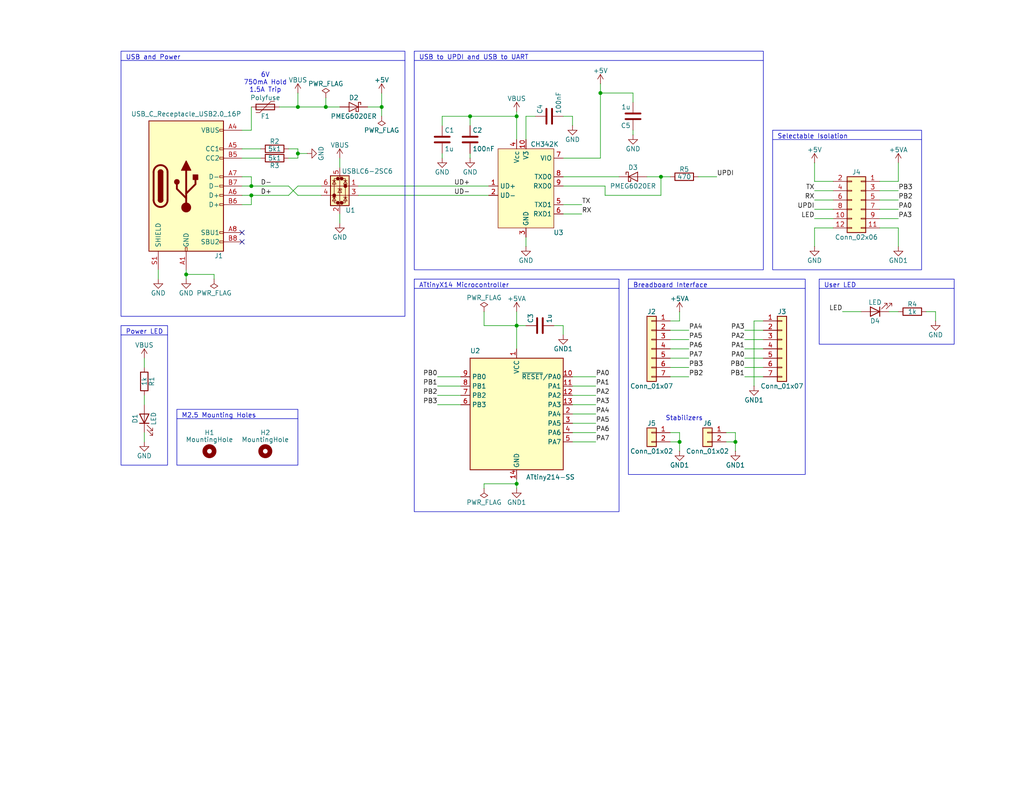
<source format=kicad_sch>
(kicad_sch (version 20250114) (generator "eeschema") (generator_version "9.0")
  (paper "A")
  (title_block (title "ATtinyX14 Development Board") (date "2025-04-18") (company "Perry Leumas"))
  (lib_symbols
    (symbol "+5V_1" (power) (pin_numbers (hide yes)) (pin_names (offset 0) (hide yes))
      (property "Value" "+5V" (at 0 3.556 0))
      (symbol "+5V_1_1_1"
        (pin power_in line (at 0 0 90) (length 0) (name "~") (number "1"))
      )
    )
    (symbol "+5V_5" (power) (pin_numbers (hide yes)) (pin_names (offset 0) (hide yes))
      (property "Value" "+5V" (at 0 3.556 0))
      (symbol "+5V_5_1_1"
        (pin power_in line (at 0 0 90) (length 0) (name "~") (number "1"))
      )
    )
    (symbol "Connector:USB_C_Receptacle_USB2.0_16P" (pin_names (offset 1.016))
      (property "Reference" "J" (at 0 22.225 0))
      (property "Value" "USB_C_Receptacle_USB2.0_16P" (at 0 19.685 0))
      (symbol "USB_C_Receptacle_USB2.0_16P_1_1"
        (pin passive line (at -7.62 -22.86 90) (length 5.08) (name "SHIELD") (number "S1"))
        (pin passive line (at 0 -22.86 90) (length 5.08) (name "GND") (number "A1"))
        (pin passive line (at 0 -22.86 90) (length 5.08) (hide yes) (name "GND") (number "A12"))
        (pin passive line (at 0 -22.86 90) (length 5.08) (hide yes) (name "GND") (number "B1"))
        (pin passive line (at 0 -22.86 90) (length 5.08) (hide yes) (name "GND") (number "B12"))
        (pin passive line (at 15.24 15.24 180) (length 5.08) (name "VBUS") (number "A4"))
        (pin passive line (at 15.24 15.24 180) (length 5.08) (hide yes) (name "VBUS") (number "A9"))
        (pin passive line (at 15.24 15.24 180) (length 5.08) (hide yes) (name "VBUS") (number "B4"))
        (pin passive line (at 15.24 15.24 180) (length 5.08) (hide yes) (name "VBUS") (number "B9"))
        (pin bidirectional line (at 15.24 10.16 180) (length 5.08) (name "CC1") (number "A5"))
        (pin bidirectional line (at 15.24 7.62 180) (length 5.08) (name "CC2") (number "B5"))
        (pin bidirectional line (at 15.24 2.54 180) (length 5.08) (name "D-") (number "A7"))
        (pin bidirectional line (at 15.24 0 180) (length 5.08) (name "D-") (number "B7"))
        (pin bidirectional line (at 15.24 -2.54 180) (length 5.08) (name "D+") (number "A6"))
        (pin bidirectional line (at 15.24 -5.08 180) (length 5.08) (name "D+") (number "B6"))
        (pin bidirectional line (at 15.24 -12.7 180) (length 5.08) (name "SBU1") (number "A8"))
        (pin bidirectional line (at 15.24 -15.24 180) (length 5.08) (name "SBU2") (number "B8"))
      )
    )
    (symbol "Connector_Generic:Conn_01x02" (pin_names (offset 1.016) (hide yes))
      (property "Reference" "J" (at 0 2.54 0))
      (property "Value" "Conn_01x02" (at 0 -5.08 0))
      (symbol "Conn_01x02_1_1"
        (pin passive line (at -5.08 0 0) (length 3.81) (name "Pin_1") (number "1"))
        (pin passive line (at -5.08 -2.54 0) (length 3.81) (name "Pin_2") (number "2"))
      )
    )
    (symbol "Connector_Generic:Conn_01x07" (pin_names (offset 1.016) (hide yes))
      (property "Reference" "J" (at 0 10.16 0))
      (property "Value" "Conn_01x07" (at 0 -10.16 0))
      (symbol "Conn_01x07_1_1"
        (pin passive line (at -5.08 7.62 0) (length 3.81) (name "Pin_1") (number "1"))
        (pin passive line (at -5.08 5.08 0) (length 3.81) (name "Pin_2") (number "2"))
        (pin passive line (at -5.08 2.54 0) (length 3.81) (name "Pin_3") (number "3"))
        (pin passive line (at -5.08 0 0) (length 3.81) (name "Pin_4") (number "4"))
        (pin passive line (at -5.08 -2.54 0) (length 3.81) (name "Pin_5") (number "5"))
        (pin passive line (at -5.08 -5.08 0) (length 3.81) (name "Pin_6") (number "6"))
        (pin passive line (at -5.08 -7.62 0) (length 3.81) (name "Pin_7") (number "7"))
      )
    )
    (symbol "Connector_Generic:Conn_02x06_Odd_Even" (pin_names (offset 1.016) (hide yes))
      (property "Reference" "J" (at 1.27 7.62 0))
      (property "Value" "Conn_02x06_Odd_Even" (at 1.27 -10.16 0))
      (symbol "Conn_02x06_Odd_Even_1_1"
        (pin passive line (at -5.08 5.08 0) (length 3.81) (name "Pin_1") (number "1"))
        (pin passive line (at -5.08 2.54 0) (length 3.81) (name "Pin_3") (number "3"))
        (pin passive line (at -5.08 0 0) (length 3.81) (name "Pin_5") (number "5"))
        (pin passive line (at -5.08 -2.54 0) (length 3.81) (name "Pin_7") (number "7"))
        (pin passive line (at -5.08 -5.08 0) (length 3.81) (name "Pin_9") (number "9"))
        (pin passive line (at -5.08 -7.62 0) (length 3.81) (name "Pin_11") (number "11"))
        (pin passive line (at 7.62 5.08 180) (length 3.81) (name "Pin_2") (number "2"))
        (pin passive line (at 7.62 2.54 180) (length 3.81) (name "Pin_4") (number "4"))
        (pin passive line (at 7.62 0 180) (length 3.81) (name "Pin_6") (number "6"))
        (pin passive line (at 7.62 -2.54 180) (length 3.81) (name "Pin_8") (number "8"))
        (pin passive line (at 7.62 -5.08 180) (length 3.81) (name "Pin_10") (number "10"))
        (pin passive line (at 7.62 -7.62 180) (length 3.81) (name "Pin_12") (number "12"))
      )
    )
    (symbol "Device:C" (pin_numbers (hide yes)) (pin_names (offset 0.254))
      (property "Reference" "C" (at 0.635 2.54 0))
      (property "Value" "C" (at 0.635 -2.54 0))
      (symbol "C_1_1"
        (pin passive line (at 0 3.81 270) (length 2.794) (name "~") (number "1"))
        (pin passive line (at 0 -3.81 90) (length 2.794) (name "~") (number "2"))
      )
    )
    (symbol "Device:LED" (pin_numbers (hide yes)) (pin_names (offset 1.016) (hide yes))
      (property "Reference" "D" (at 0 2.54 0))
      (property "Value" "LED" (at 0 -2.54 0))
      (symbol "LED_1_1"
        (pin passive line (at -3.81 0 0) (length 2.54) (name "K") (number "1"))
        (pin passive line (at 3.81 0 180) (length 2.54) (name "A") (number "2"))
      )
    )
    (symbol "Device:Polyfuse" (pin_numbers (hide yes)) (pin_names (offset 0))
      (property "Reference" "F" (at -2.54 0 90))
      (property "Value" "Polyfuse" (at 2.54 0 90))
      (symbol "Polyfuse_1_1"
        (pin passive line (at 0 3.81 270) (length 1.27) (name "~") (number "1"))
        (pin passive line (at 0 -3.81 90) (length 1.27) (name "~") (number "2"))
      )
    )
    (symbol "Device:R" (pin_numbers (hide yes)) (pin_names (offset 0))
      (property "Reference" "R" (at 2.032 0 90))
      (property "Value" "R" (at 0 0 90))
      (symbol "R_1_1"
        (pin passive line (at 0 3.81 270) (length 1.27) (name "~") (number "1"))
        (pin passive line (at 0 -3.81 90) (length 1.27) (name "~") (number "2"))
      )
    )
    (symbol "Diode:PMEG6020ER" (pin_numbers (hide yes)) (pin_names (hide yes))
      (property "Reference" "D" (at 0 2.54 0))
      (property "Value" "PMEG6020ER" (at 0 -2.54 0))
      (symbol "PMEG6020ER_1_1"
        (pin passive line (at -3.81 0 0) (length 2.54) (name "K") (number "1"))
        (pin passive line (at 3.81 0 180) (length 2.54) (name "A") (number "2"))
      )
    )
    (symbol "GND_1" (power) (pin_numbers (hide yes)) (pin_names (offset 0) (hide yes))
      (property "Value" "GND" (at 0 -3.81 0))
      (symbol "GND_1_1_1"
        (pin power_in line (at 0 0 270) (length 0) (name "~") (number "1"))
      )
    )
    (symbol "GND_11" (power) (pin_numbers (hide yes)) (pin_names (offset 0) (hide yes))
      (property "Value" "GND" (at 0 -3.81 0))
      (symbol "GND_11_1_1"
        (pin power_in line (at 0 0 270) (length 0) (name "~") (number "1"))
      )
    )
    (symbol "GND_12" (power) (pin_numbers (hide yes)) (pin_names (offset 0) (hide yes))
      (property "Value" "GND" (at 0 -3.81 0))
      (symbol "GND_12_1_1"
        (pin power_in line (at 0 0 270) (length 0) (name "~") (number "1"))
      )
    )
    (symbol "GND_2" (power) (pin_numbers (hide yes)) (pin_names (offset 0) (hide yes))
      (property "Value" "GND" (at 0 -3.81 0))
      (symbol "GND_2_1_1"
        (pin power_in line (at 0 0 270) (length 0) (name "~") (number "1"))
      )
    )
    (symbol "GND_3" (power) (pin_numbers (hide yes)) (pin_names (offset 0) (hide yes))
      (property "Value" "GND" (at 0 -3.81 0))
      (symbol "GND_3_1_1"
        (pin power_in line (at 0 0 270) (length 0) (name "~") (number "1"))
      )
    )
    (symbol "GND_4" (power) (pin_numbers (hide yes)) (pin_names (offset 0) (hide yes))
      (property "Value" "GND" (at 0 -3.81 0))
      (symbol "GND_4_1_1"
        (pin power_in line (at 0 0 270) (length 0) (name "~") (number "1"))
      )
    )
    (symbol "GND_5" (power) (pin_numbers (hide yes)) (pin_names (offset 0) (hide yes))
      (property "Value" "GND" (at 0 -3.81 0))
      (symbol "GND_5_1_1"
        (pin power_in line (at 0 0 270) (length 0) (name "~") (number "1"))
      )
    )
    (symbol "GND_6" (power) (pin_numbers (hide yes)) (pin_names (offset 0) (hide yes))
      (property "Value" "GND" (at 0 -3.81 0))
      (symbol "GND_6_1_1"
        (pin power_in line (at 0 0 270) (length 0) (name "~") (number "1"))
      )
    )
    (symbol "GND_7" (power) (pin_numbers (hide yes)) (pin_names (offset 0) (hide yes))
      (property "Value" "GND" (at 0 -3.81 0))
      (symbol "GND_7_1_1"
        (pin power_in line (at 0 0 270) (length 0) (name "~") (number "1"))
      )
    )
    (symbol "LED_1" (pin_numbers (hide yes)) (pin_names (offset 1.016) (hide yes))
      (property "Reference" "D" (at 0 2.54 0))
      (property "Value" "LED" (at 0 -2.54 0))
      (symbol "LED_1_1_1"
        (pin passive line (at -3.81 0 0) (length 2.54) (name "K") (number "1"))
        (pin passive line (at 3.81 0 180) (length 2.54) (name "A") (number "2"))
      )
    )
    (symbol "MCU_Microchip_ATtiny:ATtiny214-SS"
      (property "Reference" "U" (at -12.7 16.51 0))
      (property "Value" "ATtiny214-SS" (at 2.54 -16.51 0))
      (symbol "ATtiny214-SS_1_1"
        (pin bidirectional line (at -15.24 10.16 0) (length 2.54) (name "PB0") (number "9"))
        (pin bidirectional line (at -15.24 7.62 0) (length 2.54) (name "PB1") (number "8"))
        (pin bidirectional line (at -15.24 5.08 0) (length 2.54) (name "PB2") (number "7"))
        (pin bidirectional line (at -15.24 2.54 0) (length 2.54) (name "PB3") (number "6"))
        (pin power_in line (at 0 17.78 270) (length 2.54) (name "VCC") (number "1"))
        (pin power_in line (at 0 -17.78 90) (length 2.54) (name "GND") (number "14"))
        (pin bidirectional line (at 15.24 10.16 180) (length 2.54) (name "~{RESET}/PA0") (number "10"))
        (pin bidirectional line (at 15.24 7.62 180) (length 2.54) (name "PA1") (number "11"))
        (pin bidirectional line (at 15.24 5.08 180) (length 2.54) (name "PA2") (number "12"))
        (pin bidirectional line (at 15.24 2.54 180) (length 2.54) (name "PA3") (number "13"))
        (pin bidirectional line (at 15.24 0 180) (length 2.54) (name "PA4") (number "2"))
        (pin bidirectional line (at 15.24 -2.54 180) (length 2.54) (name "PA5") (number "3"))
        (pin bidirectional line (at 15.24 -5.08 180) (length 2.54) (name "PA6") (number "4"))
        (pin bidirectional line (at 15.24 -7.62 180) (length 2.54) (name "PA7") (number "5"))
      )
    )
    (symbol "Mechanical:MountingHole" (pin_names (offset 1.016)) (exclude_from_sim yes) (in_bom no)
      (property "Reference" "H" (at 0 5.08 0))
      (property "Value" "MountingHole" (at 0 3.175 0))
    )
    (symbol "Power_Protection:USBLC6-2SC6" (pin_names (hide yes))
      (property "Reference" "U" (at 0.635 5.715 0))
      (property "Value" "USBLC6-2SC6" (at 0.635 3.81 0))
      (symbol "USBLC6-2SC6_1_1"
        (pin passive line (at -5.08 0 0) (length 2.54) (name "I/O1") (number "1"))
        (pin passive line (at -5.08 -2.54 0) (length 2.54) (name "I/O2") (number "3"))
        (pin passive line (at 0 5.08 270) (length 2.54) (name "VBUS") (number "5"))
        (pin passive line (at 0 -7.62 90) (length 2.54) (name "GND") (number "2"))
        (pin passive line (at 5.08 0 180) (length 2.54) (name "I/O1") (number "6"))
        (pin passive line (at 5.08 -2.54 180) (length 2.54) (name "I/O2") (number "4"))
      )
    )
    (symbol "pl_CH342:CH342K"
      (property "Reference" "U" (at 6.35 -20.32 0))
      (property "Value" "CH342K" (at 5.08 3.81 0))
      (symbol "CH342K_1_1"
        (pin bidirectional line (at -10.16 -7.62 0) (length 2.54) (name "UD+") (number "1"))
        (pin bidirectional line (at -10.16 -10.16 0) (length 2.54) (name "UD-") (number "2"))
        (pin power_in line (at -2.54 5.08 270) (length 2.54) (name "Vcc") (number "4"))
        (pin power_out line (at 0 5.08 270) (length 2.54) (name "V3") (number "10"))
        (pin power_in line (at 0 -21.59 90) (length 2.54) (hide yes) (name "GND") (number "11"))
        (pin power_in line (at 0 -21.59 90) (length 2.54) (name "GND") (number "3"))
        (pin input line (at 10.16 0 180) (length 2.54) (name "VIO") (number "7"))
        (pin output line (at 10.16 -5.08 180) (length 2.54) (name "TXD0") (number "8"))
        (pin input line (at 10.16 -7.62 180) (length 2.54) (name "RXD0") (number "9"))
        (pin output line (at 10.16 -12.7 180) (length 2.54) (name "TXD1") (number "5"))
        (pin input line (at 10.16 -15.24 180) (length 2.54) (name "RXD1") (number "6"))
      )
    )
    (symbol "power:+5VA" (power) (pin_numbers (hide yes)) (pin_names (offset 0) (hide yes))
      (property "Value" "+5VA" (at 0 3.556 0))
      (symbol "+5VA_1_1"
        (pin power_in line (at 0 0 90) (length 0) (name "~") (number "1"))
      )
    )
    (symbol "power:GND" (power) (pin_numbers (hide yes)) (pin_names (offset 0) (hide yes))
      (property "Value" "GND" (at 0 -3.81 0))
      (symbol "GND_1_1"
        (pin power_in line (at 0 0 270) (length 0) (name "~") (number "1"))
      )
    )
    (symbol "power:GND1" (power) (pin_numbers (hide yes)) (pin_names (offset 0) (hide yes))
      (property "Value" "GND1" (at 0 -3.81 0))
      (symbol "GND1_1_1"
        (pin power_in line (at 0 0 270) (length 0) (name "~") (number "1"))
      )
    )
    (symbol "power:PWR_FLAG" (power) (pin_numbers (hide yes)) (pin_names (offset 0) (hide yes))
      (property "Value" "PWR_FLAG" (at 0 3.81 0))
      (symbol "PWR_FLAG_0_0"
        (pin power_out line (at 0 0 90) (length 0) (name "~") (number "1"))
      )
    )
    (symbol "power:VBUS" (power) (pin_numbers (hide yes)) (pin_names (offset 0) (hide yes))
      (property "Value" "VBUS" (at 0 3.556 0))
      (symbol "VBUS_1_1"
        (pin power_in line (at 0 0 90) (length 0) (name "~") (number "1"))
      )
    )
  )
  (rectangle (start 48.26 111.76) (end 81.28 127))
  (rectangle (start 33.02 88.9) (end 45.72 127))
  (rectangle (start 171.45 76.2) (end 219.71 129.54))
  (rectangle (start 33.02 13.97) (end 110.49 86.36))
  (rectangle (start 210.82 35.56) (end 251.46 73.66))
  (rectangle (start 113.03 13.97) (end 208.28 73.66))
  (rectangle (start 223.52 76.2) (end 260.35 93.98))
  (rectangle (start 113.03 76.2) (end 168.91 139.7))
  (text "Power LED" (at 34.29 91.44 0) (effects (font (size 1.27 1.27)) (justify left bottom)))
  (text "Selectable Isolation" (at 212.09 38.1 0) (effects (font (size 1.27 1.27)) (justify left bottom)))
  (text "ATtinyX14 Microcontroller" (at 114.3 78.74 0) (effects (font (size 1.27 1.27)) (justify left bottom)))
  (text "M2.5 Mounting Holes" (at 49.53 114.3 0) (effects (font (size 1.27 1.27)) (justify left bottom)))
  (text "USB to UPDI and USB to UART" (at 114.3 16.51 0) (effects (font (size 1.27 1.27)) (justify left bottom)))
  (text "Breadboard Interface" (at 172.72 78.74 0) (effects (font (size 1.27 1.27)) (justify left bottom)))
  (text "Stabilizers" (at 186.69 114.3 0) (effects (font (size 1.27 1.27))))
  (text "User LED" (at 224.79 78.74 0) (effects (font (size 1.27 1.27)) (justify left bottom)))
  (text "USB and Power" (at 34.29 16.51 0) (effects (font (size 1.27 1.27)) (justify left bottom)))
  (text "6V\n750mA Hold\n1.5A Trip" (at 72.39 25.4 0) (effects (font (size 1.27 1.27)) (justify bottom)))
  (junction (at 163.83 25.4))
  (junction (at 68.58 50.8))
  (junction (at 50.8 74.93))
  (junction (at 140.97 31.75))
  (junction (at 88.9 29.21))
  (junction (at 104.14 29.21))
  (junction (at 140.97 132.08))
  (junction (at 128.27 31.75))
  (junction (at 200.66 120.65))
  (junction (at 185.42 120.65))
  (junction (at 68.58 53.34))
  (junction (at 81.28 41.91))
  (junction (at 180.34 48.26))
  (junction (at 140.97 88.9))
  (junction (at 81.28 29.21))
  (no_connect (at 66.04 63.5))
  (no_connect (at 66.04 66.04))
  (wire (pts (xy 68.58 29.21) (xy 68.58 35.56)))
  (wire (pts (xy 163.83 25.4) (xy 172.72 25.4)))
  (wire (pts (xy 81.28 29.21) (xy 88.9 29.21)))
  (wire (pts (xy 58.42 76.2) (xy 58.42 74.93)))
  (wire (pts (xy 240.03 57.15) (xy 245.11 57.15)))
  (wire (pts (xy 81.28 53.34) (xy 87.63 53.34)))
  (wire (pts (xy 156.21 105.41) (xy 162.56 105.41)))
  (wire (pts (xy 76.2 29.21) (xy 81.28 29.21)))
  (wire (pts (xy 180.34 48.26) (xy 176.53 48.26)))
  (wire (pts (xy 83.82 41.91) (xy 81.28 41.91)))
  (wire (pts (xy 198.12 120.65) (xy 200.66 120.65)))
  (wire (pts (xy 66.04 48.26) (xy 68.58 48.26)))
  (wire (pts (xy 128.27 41.91) (xy 128.27 43.18)))
  (wire (pts (xy 92.71 43.18) (xy 92.71 45.72)))
  (wire (pts (xy 78.74 53.34) (xy 81.28 50.8)))
  (wire (pts (xy 156.21 34.29) (xy 156.21 31.75)))
  (wire (pts (xy 222.25 62.23) (xy 227.33 62.23)))
  (wire (pts (xy 119.38 105.41) (xy 125.73 105.41)))
  (wire (pts (xy 39.37 118.11) (xy 39.37 120.65)))
  (wire (pts (xy 143.51 31.75) (xy 146.05 31.75)))
  (wire (pts (xy 163.83 43.18) (xy 163.83 25.4)))
  (wire (pts (xy 50.8 74.93) (xy 58.42 74.93)))
  (wire (pts (xy 229.87 85.09) (xy 234.95 85.09)))
  (wire (pts (xy 66.04 43.18) (xy 71.12 43.18)))
  (wire (pts (xy 128.27 31.75) (xy 140.97 31.75)))
  (wire (pts (xy 185.42 123.19) (xy 185.42 120.65)))
  (wire (pts (xy 200.66 118.11) (xy 200.66 120.65)))
  (wire (pts (xy 153.67 88.9) (xy 153.67 91.44)))
  (wire (pts (xy 156.21 113.03) (xy 162.56 113.03)))
  (polyline (pts (xy 113.03 78.74) (xy 168.91 78.74)))
  (wire (pts (xy 203.2 102.87) (xy 208.28 102.87)))
  (wire (pts (xy 156.21 110.49) (xy 162.56 110.49)))
  (wire (pts (xy 165.1 53.34) (xy 180.34 53.34)))
  (wire (pts (xy 245.11 67.31) (xy 245.11 62.23)))
  (wire (pts (xy 222.25 54.61) (xy 227.33 54.61)))
  (wire (pts (xy 119.38 102.87) (xy 125.73 102.87)))
  (wire (pts (xy 203.2 95.25) (xy 208.28 95.25)))
  (wire (pts (xy 182.88 97.79) (xy 187.96 97.79)))
  (wire (pts (xy 81.28 50.8) (xy 87.63 50.8)))
  (wire (pts (xy 66.04 35.56) (xy 68.58 35.56)))
  (wire (pts (xy 153.67 55.88) (xy 158.75 55.88)))
  (wire (pts (xy 68.58 53.34) (xy 78.74 53.34)))
  (wire (pts (xy 68.58 50.8) (xy 68.58 48.26)))
  (wire (pts (xy 66.04 53.34) (xy 68.58 53.34)))
  (wire (pts (xy 140.97 30.48) (xy 140.97 31.75)))
  (wire (pts (xy 240.03 54.61) (xy 245.11 54.61)))
  (wire (pts (xy 172.72 25.4) (xy 172.72 27.94)))
  (wire (pts (xy 185.42 118.11) (xy 185.42 120.65)))
  (wire (pts (xy 143.51 64.77) (xy 143.51 67.31)))
  (wire (pts (xy 203.2 97.79) (xy 208.28 97.79)))
  (wire (pts (xy 172.72 35.56) (xy 172.72 36.83)))
  (wire (pts (xy 120.65 41.91) (xy 120.65 43.18)))
  (wire (pts (xy 180.34 53.34) (xy 180.34 48.26)))
  (wire (pts (xy 66.04 55.88) (xy 68.58 55.88)))
  (wire (pts (xy 43.18 73.66) (xy 43.18 76.2)))
  (wire (pts (xy 81.28 41.91) (xy 81.28 40.64)))
  (wire (pts (xy 255.27 85.09) (xy 255.27 87.63)))
  (wire (pts (xy 203.2 92.71) (xy 208.28 92.71)))
  (wire (pts (xy 190.5 48.26) (xy 195.58 48.26)))
  (wire (pts (xy 140.97 130.81) (xy 140.97 132.08)))
  (wire (pts (xy 165.1 50.8) (xy 153.67 50.8)))
  (polyline (pts (xy 223.52 78.74) (xy 260.35 78.74)))
  (wire (pts (xy 240.03 49.53) (xy 245.11 49.53)))
  (wire (pts (xy 185.42 120.65) (xy 182.88 120.65)))
  (wire (pts (xy 182.88 95.25) (xy 187.96 95.25)))
  (wire (pts (xy 119.38 107.95) (xy 125.73 107.95)))
  (wire (pts (xy 163.83 22.86) (xy 163.83 25.4)))
  (polyline (pts (xy 33.02 16.51) (xy 110.49 16.51)))
  (wire (pts (xy 78.74 50.8) (xy 81.28 53.34)))
  (wire (pts (xy 81.28 40.64) (xy 78.74 40.64)))
  (wire (pts (xy 240.03 52.07) (xy 245.11 52.07)))
  (wire (pts (xy 162.56 102.87) (xy 156.21 102.87)))
  (polyline (pts (xy 33.02 91.44) (xy 45.72 91.44)))
  (wire (pts (xy 128.27 31.75) (xy 128.27 34.29)))
  (wire (pts (xy 205.74 87.63) (xy 205.74 105.41)))
  (wire (pts (xy 88.9 29.21) (xy 92.71 29.21)))
  (wire (pts (xy 182.88 90.17) (xy 187.96 90.17)))
  (wire (pts (xy 140.97 88.9) (xy 143.51 88.9)))
  (wire (pts (xy 182.88 100.33) (xy 187.96 100.33)))
  (wire (pts (xy 66.04 50.8) (xy 68.58 50.8)))
  (wire (pts (xy 203.2 100.33) (xy 208.28 100.33)))
  (polyline (pts (xy 210.82 38.1) (xy 251.46 38.1)))
  (wire (pts (xy 81.28 25.4) (xy 81.28 29.21)))
  (wire (pts (xy 97.79 53.34) (xy 133.35 53.34)))
  (wire (pts (xy 153.67 48.26) (xy 168.91 48.26)))
  (wire (pts (xy 78.74 43.18) (xy 81.28 43.18)))
  (wire (pts (xy 104.14 25.4) (xy 104.14 29.21)))
  (wire (pts (xy 153.67 43.18) (xy 163.83 43.18)))
  (wire (pts (xy 132.08 132.08) (xy 140.97 132.08)))
  (wire (pts (xy 39.37 107.95) (xy 39.37 110.49)))
  (wire (pts (xy 143.51 38.1) (xy 143.51 31.75)))
  (wire (pts (xy 92.71 58.42) (xy 92.71 60.96)))
  (polyline (pts (xy 113.03 16.51) (xy 208.28 16.51)))
  (wire (pts (xy 140.97 31.75) (xy 140.97 38.1)))
  (wire (pts (xy 140.97 132.08) (xy 140.97 133.35)))
  (wire (pts (xy 222.25 52.07) (xy 227.33 52.07)))
  (wire (pts (xy 182.88 118.11) (xy 185.42 118.11)))
  (wire (pts (xy 252.73 85.09) (xy 255.27 85.09)))
  (wire (pts (xy 240.03 59.69) (xy 245.11 59.69)))
  (wire (pts (xy 100.33 29.21) (xy 104.14 29.21)))
  (wire (pts (xy 222.25 67.31) (xy 222.25 62.23)))
  (wire (pts (xy 165.1 53.34) (xy 165.1 50.8)))
  (wire (pts (xy 140.97 85.09) (xy 140.97 88.9)))
  (wire (pts (xy 156.21 31.75) (xy 153.67 31.75)))
  (wire (pts (xy 132.08 85.09) (xy 132.08 88.9)))
  (wire (pts (xy 222.25 49.53) (xy 227.33 49.53)))
  (wire (pts (xy 222.25 57.15) (xy 227.33 57.15)))
  (wire (pts (xy 182.88 102.87) (xy 187.96 102.87)))
  (wire (pts (xy 119.38 110.49) (xy 125.73 110.49)))
  (wire (pts (xy 120.65 31.75) (xy 128.27 31.75)))
  (wire (pts (xy 50.8 73.66) (xy 50.8 74.93)))
  (wire (pts (xy 242.57 85.09) (xy 245.11 85.09)))
  (wire (pts (xy 156.21 118.11) (xy 162.56 118.11)))
  (wire (pts (xy 140.97 88.9) (xy 140.97 95.25)))
  (wire (pts (xy 104.14 29.21) (xy 104.14 31.75)))
  (wire (pts (xy 39.37 97.79) (xy 39.37 100.33)))
  (polyline (pts (xy 171.45 78.74) (xy 219.71 78.74)))
  (wire (pts (xy 182.88 92.71) (xy 187.96 92.71)))
  (wire (pts (xy 68.58 53.34) (xy 68.58 55.88)))
  (wire (pts (xy 156.21 120.65) (xy 162.56 120.65)))
  (wire (pts (xy 208.28 87.63) (xy 205.74 87.63)))
  (wire (pts (xy 222.25 59.69) (xy 227.33 59.69)))
  (polyline (pts (xy 48.26 114.3) (xy 81.28 114.3)))
  (wire (pts (xy 200.66 118.11) (xy 198.12 118.11)))
  (wire (pts (xy 222.25 44.45) (xy 222.25 49.53)))
  (wire (pts (xy 245.11 62.23) (xy 240.03 62.23)))
  (wire (pts (xy 180.34 48.26) (xy 182.88 48.26)))
  (wire (pts (xy 185.42 85.09) (xy 185.42 87.63)))
  (wire (pts (xy 153.67 58.42) (xy 158.75 58.42)))
  (wire (pts (xy 156.21 115.57) (xy 162.56 115.57)))
  (wire (pts (xy 182.88 87.63) (xy 185.42 87.63)))
  (wire (pts (xy 66.04 40.64) (xy 71.12 40.64)))
  (wire (pts (xy 203.2 90.17) (xy 208.28 90.17)))
  (wire (pts (xy 68.58 50.8) (xy 78.74 50.8)))
  (wire (pts (xy 120.65 34.29) (xy 120.65 31.75)))
  (wire (pts (xy 200.66 120.65) (xy 200.66 123.19)))
  (wire (pts (xy 132.08 133.35) (xy 132.08 132.08)))
  (wire (pts (xy 151.13 88.9) (xy 153.67 88.9)))
  (wire (pts (xy 132.08 88.9) (xy 140.97 88.9)))
  (wire (pts (xy 81.28 43.18) (xy 81.28 41.91)))
  (wire (pts (xy 88.9 26.67) (xy 88.9 29.21)))
  (wire (pts (xy 50.8 74.93) (xy 50.8 76.2)))
  (wire (pts (xy 245.11 49.53) (xy 245.11 44.45)))
  (wire (pts (xy 97.79 50.8) (xy 133.35 50.8)))
  (wire (pts (xy 156.21 107.95) (xy 162.56 107.95)))
  (label "PA2" (at 162.56 107.95 0))
  (label "PA6" (at 162.56 118.11 0))
  (label "PA5" (at 162.56 115.57 0))
  (label "PA0" (at 162.56 102.87 0))
  (label "D-" (at 71.12 50.8 0))
  (label "PB2" (at 187.96 102.87 0))
  (label "UD-" (at 128.27 53.34 180))
  (label "PA3" (at 162.56 110.49 0))
  (label "TX" (at 222.25 52.07 180))
  (label "PA0" (at 245.11 57.15 0))
  (label "PA2" (at 203.2 92.71 180))
  (label "UPDI" (at 222.25 57.15 180))
  (label "PB3" (at 245.11 52.07 0))
  (label "PA7" (at 162.56 120.65 0))
  (label "PA3" (at 245.11 59.69 0))
  (label "TX" (at 158.75 55.88 0))
  (label "LED" (at 229.87 85.09 180))
  (label "PB2" (at 245.11 54.61 0))
  (label "PB0" (at 119.38 102.87 180))
  (label "PB0" (at 203.2 100.33 180))
  (label "PB1" (at 203.2 102.87 180))
  (label "PA1" (at 203.2 95.25 180))
  (label "PA6" (at 187.96 95.25 0))
  (label "PA4" (at 162.56 113.03 0))
  (label "PA4" (at 187.96 90.17 0))
  (label "UD+" (at 128.27 50.8 180))
  (label "PB3" (at 187.96 100.33 0))
  (label "UPDI" (at 195.58 48.26 0))
  (label "PA1" (at 162.56 105.41 0))
  (label "RX" (at 222.25 54.61 180))
  (label "RX" (at 158.75 58.42 0))
  (label "PB3" (at 119.38 110.49 180))
  (label "PA0" (at 203.2 97.79 180))
  (label "PA3" (at 203.2 90.17 180))
  (label "PB2" (at 119.38 107.95 180))
  (label "LED" (at 222.25 59.69 180))
  (label "PB1" (at 119.38 105.41 180))
  (label "PA7" (at 187.96 97.79 0))
  (label "PA5" (at 187.96 92.71 0))
  (label "D+" (at 71.12 53.34 0))
  (symbol (lib_name "GND_6") (lib_id "power:GND") (at 255.27 87.63 0) (unit 1)
    (property "Reference" "#PWR01" (effects (hide yes)))
    (property "Value" "GND" (at 255.27 91.44 0))
    (property "Description" "Power symbol creates a global label with name \"GND\" , ground" (effects (hide yes)))
  )
  (symbol (lib_id "pl_CH342:CH342K") (at 143.51 43.18 0) (unit 1)
    (property "Reference" "U3" (at 152.4 63.5 0))
    (property "Value" "CH342K" (at 148.59 39.37 0))
    (property "Footprint" "Package_SO:SSOP-10-1EP_3.9x4.9mm_P1mm_EP2.1x3.3mm" (effects (hide yes)))
    (property "Datasheet" "https://www.lcsc.com/datasheet/lcsc_datasheet_2403131130_WCH-Jiangsu-Qin-Heng-CH342K_C2826608.pdf" (effects (hide yes)))
    (property "Description" "2 3Mbps USB to serial USB 2.0 ESSOP-10-150mil USB Converters ROHS" (effects (hide yes)))
    (property "MPN" "CH342K" (effects (hide yes)))
    (property "Manufacture" "WCH" (effects (hide yes)))
    (property "SPN" "C2826608" (effects (hide yes)))
    (property "Supplier" "LCSC" (effects (hide yes)))
  )
  (symbol (lib_id "power:GND1") (at 245.11 67.31 0) (unit 1)
    (property "Reference" "#PWR026" (effects (hide yes)))
    (property "Value" "GND1" (at 245.11 71.12 0))
    (property "Description" "Power symbol creates a global label with name \"GND1\" , ground" (effects (hide yes)))
  )
  (symbol (lib_id "Device:R") (at 186.69 48.26 90) (unit 1)
    (property "Reference" "R5" (at 186.69 46.228 90))
    (property "Value" "470" (at 186.69 48.26 90))
    (property "Footprint" "Resistor_SMD:R_0805_2012Metric" (effects (hide yes)))
    (property "Datasheet" "https://www.yageo.com/upload/media/product/products/datasheet/rchip/PYu-RC_Group_51_RoHS_L_12.pdf" (effects (hide yes)))
    (property "Description" "Resistor" (effects (hide yes)))
    (property "MPN" "RC0805FR-07470RL" (effects (hide yes)))
    (property "Manufacture" "YAGEO" (effects (hide yes)))
    (property "Power" "125mW" (effects (hide yes)))
    (property "SPN" "311-470CRCT-ND" (effects (hide yes)))
    (property "Supplier" "DigiKey" (effects (hide yes)))
    (property "Tolerance" "1%" (effects (hide yes)))
  )
  (symbol (lib_id "Power_Protection:USBLC6-2SC6") (at 92.71 50.8 0) (mirror y) (unit 1)
    (property "Reference" "U1" (at 94.234 57.404 0) (effects (justify right)))
    (property "Value" "USBLC6-2SC6" (at 93.218 46.736 0) (effects (justify right)))
    (property "Footprint" "Package_TO_SOT_SMD:SOT-23-6" (effects (hide yes)))
    (property "Datasheet" "https://www.st.com/resource/en/datasheet/usblc6-2.pdf" (effects (hide yes)))
    (property "Description" "Very low capacitance ESD protection diode, 2 data-line, SOT-23-6" (effects (hide yes)))
    (property "MPN" "USBLC6-2SC6" (effects (hide yes)))
    (property "Manufacture" "STMicroelectronics" (effects (hide yes)))
    (property "Power" "5A" (effects (hide yes)))
    (property "SPN" "C7519" (effects (hide yes)))
    (property "Supplier" "LCSC" (effects (hide yes)))
    (property "Voltage" "17V 6V" (effects (hide yes)))
  )
  (symbol (lib_id "power:PWR_FLAG") (at 88.9 26.67 0) (unit 1)
    (property "Reference" "#FLG02" (effects (hide yes)))
    (property "Value" "PWR_FLAG" (at 88.9 22.86 0))
    (property "Description" "Special symbol for telling ERC where power comes from" (effects (hide yes)))
  )
  (symbol (lib_id "Device:C") (at 149.86 31.75 90) (unit 1)
    (property "Reference" "C4" (at 147.32 31.115 0) (effects (justify left)))
    (property "Value" "100nF" (at 152.4 31.115 0) (effects (justify left)))
    (property "Footprint" "Capacitor_SMD:C_0603_1608Metric" (effects (hide yes)))
    (property "Datasheet" "https://www.lcsc.com/datasheet/lcsc_datasheet_1810271710_Samsung-Electro-Mechanics-CL10B104KO8NNNC_C66501.pdf" (effects (hide yes)))
    (property "Description" "Unpolarized capacitor" (effects (hide yes)))
    (property "MPN" "CL10B104KO8NNNC" (effects (hide yes)))
    (property "Manufacture" "Samsung Electro-Mechanics" (effects (hide yes)))
    (property "SPN" "C66501" (effects (hide yes)))
    (property "Supplier" "LCSC" (effects (hide yes)))
    (property "Voltage" "16V" (effects (hide yes)))
  )
  (symbol (lib_id "power:VBUS") (at 92.71 43.18 0) (unit 1)
    (property "Reference" "#PWR07" (effects (hide yes)))
    (property "Value" "VBUS" (at 92.71 39.624 0))
    (property "Description" "Power symbol creates a global label with name \"VBUS\"" (effects (hide yes)))
  )
  (symbol (lib_id "MCU_Microchip_ATtiny:ATtiny214-SS") (at 140.97 113.03 0) (unit 1)
    (property "Reference" "U2" (at 128.27 96.52 0) (effects (justify left bottom)))
    (property "Value" "ATtiny214-SS" (at 143.51 129.54 0) (effects (justify left top)))
    (property "Footprint" "Package_SO:SOIC-14_3.9x8.7mm_P1.27mm" (effects (hide yes)))
    (property "Datasheet" "http://ww1.microchip.com/downloads/en/DeviceDoc/40001912A.pdf" (effects (hide yes)))
    (property "Description" "20MHz, 2kB Flash, 128B SRAM, 64B EEPROM, SOIC-14" (effects (hide yes)))
  )
  (symbol (lib_name "GND_11") (lib_id "power:GND") (at 39.37 120.65 0) (unit 1)
    (property "Reference" "#PWR02" (effects (hide yes)))
    (property "Value" "GND" (at 39.37 124.46 0))
    (property "Description" "Power symbol creates a global label with name \"GND\" , ground" (effects (hide yes)))
  )
  (symbol (lib_name "GND_7") (lib_id "power:GND") (at 83.82 41.91 90) (unit 1)
    (property "Reference" "#PWR06" (effects (hide yes)))
    (property "Value" "GND" (at 87.63 41.91 0))
    (property "Description" "Power symbol creates a global label with name \"GND\" , ground" (effects (hide yes)))
  )
  (symbol (lib_id "power:VBUS") (at 140.97 30.48 0) (unit 1)
    (property "Reference" "#PWR014" (effects (hide yes)))
    (property "Value" "VBUS" (at 140.97 26.924 0))
    (property "Description" "Power symbol creates a global label with name \"VBUS\"" (effects (hide yes)))
  )
  (symbol (lib_id "power:GND1") (at 200.66 123.19 0) (unit 1)
    (property "Reference" "#PWR021" (effects (hide yes)))
    (property "Value" "GND1" (at 200.66 127 0))
    (property "Description" "Power symbol creates a global label with name \"GND1\" , ground" (effects (hide yes)))
  )
  (symbol (lib_name "GND_12") (lib_id "power:GND") (at 43.18 76.2 0) (unit 1)
    (property "Reference" "#PWR03" (effects (hide yes)))
    (property "Value" "GND" (at 43.18 80.01 0))
    (property "Description" "Power symbol creates a global label with name \"GND\" , ground" (effects (hide yes)))
  )
  (symbol (lib_id "Connector_Generic:Conn_01x02") (at 193.04 118.11 0) (mirror y) (unit 1)
    (property "Reference" "J6" (at 193.04 115.57 0))
    (property "Value" "Conn_01x02" (at 193.04 123.19 0))
    (property "Footprint" "Connector_PinHeader_2.54mm:PinHeader_1x02_P2.54mm_Vertical" (effects (hide yes)))
    (property "Datasheet" "https://www.lcsc.com/datasheet/lcsc_datasheet_2411220452_INCP-IPCP254M02PB08V_C22395601.pdf" (effects (hide yes)))
    (property "Description" "Generic connector, single row, 01x02, script generated (kicad-library-utils/schlib/autogen/connector/)" (effects (hide yes)))
    (property "MPN" "IPCP254M02PB08V" (effects (hide yes)))
    (property "Manufacture" "INCP" (effects (hide yes)))
    (property "Power" "3A" (effects (hide yes)))
    (property "SPN" "C22395601" (effects (hide yes)))
    (property "Supplier" "LCSC" (effects (hide yes)))
  )
  (symbol (lib_name "GND_5") (lib_id "power:GND") (at 128.27 43.18 0) (unit 1)
    (property "Reference" "#PWR011" (effects (hide yes)))
    (property "Value" "GND" (at 128.27 46.99 0))
    (property "Description" "Power symbol creates a global label with name \"GND\" , ground" (effects (hide yes)))
  )
  (symbol (lib_id "power:VBUS") (at 39.37 97.79 0) (unit 1)
    (property "Reference" "#PWR027" (effects (hide yes)))
    (property "Value" "VBUS" (at 39.37 94.234 0))
    (property "Description" "Power symbol creates a global label with name \"VBUS\"" (effects (hide yes)))
  )
  (symbol (lib_name "GND_6") (lib_id "power:GND") (at 222.25 67.31 0) (unit 1)
    (property "Reference" "#PWR024" (effects (hide yes)))
    (property "Value" "GND" (at 222.25 71.12 0))
    (property "Description" "Power symbol creates a global label with name \"GND\" , ground" (effects (hide yes)))
  )
  (symbol (lib_name "GND_3") (lib_id "power:GND") (at 156.21 34.29 0) (unit 1)
    (property "Reference" "#PWR017" (effects (hide yes)))
    (property "Value" "GND" (at 156.21 38.1 0))
    (property "Description" "Power symbol creates a global label with name \"GND\" , ground" (effects (hide yes)))
  )
  (symbol (lib_id "Connector_Generic:Conn_02x06_Odd_Even") (at 234.95 54.61 0) (mirror y) (unit 1)
    (property "Reference" "J4" (at 233.68 46.99 0))
    (property "Value" "Conn_02x06" (at 233.68 64.77 0))
    (property "Footprint" "Connector_PinHeader_2.54mm:PinHeader_2x06_P2.54mm_Vertical" (effects (hide yes)))
    (property "Datasheet" "https://www.lcsc.com/datasheet/lcsc_datasheet_2411220452_INCP-IPCP254M12PB28V_C22438442.pdf" (effects (hide yes)))
    (property "Description" "Generic connector, double row, 02x06, odd/even pin numbering scheme (row 1 odd numbers, row 2 even numbers), script generated (kicad-library-utils/schlib/autogen/connector/)" (effects (hide yes)))
    (property "MPN" "IPCP254M12PB28V" (effects (hide yes)))
    (property "Manufacture" "INCP" (effects (hide yes)))
    (property "Power" "3A" (effects (hide yes)))
    (property "SPN" "C22438442" (effects (hide yes)))
    (property "Supplier" "LCSC" (effects (hide yes)))
  )
  (symbol (lib_name "GND_4") (lib_id "power:GND") (at 120.65 43.18 0) (unit 1)
    (property "Reference" "#PWR010" (effects (hide yes)))
    (property "Value" "GND" (at 120.65 46.99 0))
    (property "Description" "Power symbol creates a global label with name \"GND\" , ground" (effects (hide yes)))
  )
  (symbol (lib_id "Connector_Generic:Conn_01x02") (at 177.8 118.11 0) (mirror y) (unit 1)
    (property "Reference" "J5" (at 177.8 115.57 0))
    (property "Value" "Conn_01x02" (at 177.8 123.19 0))
    (property "Footprint" "Connector_PinHeader_2.54mm:PinHeader_1x02_P2.54mm_Vertical" (effects (hide yes)))
    (property "Datasheet" "https://www.lcsc.com/datasheet/lcsc_datasheet_2411220452_INCP-IPCP254M02PB08V_C22395601.pdf" (effects (hide yes)))
    (property "Description" "Generic connector, single row, 01x02, script generated (kicad-library-utils/schlib/autogen/connector/)" (effects (hide yes)))
    (property "MPN" "IPCP254M02PB08V" (effects (hide yes)))
    (property "Manufacture" "INCP" (effects (hide yes)))
    (property "Power" "3A" (effects (hide yes)))
    (property "SPN" "C22395601" (effects (hide yes)))
    (property "Supplier" "LCSC" (effects (hide yes)))
  )
  (symbol (lib_id "Mechanical:MountingHole") (at 57.15 123.19 0) (unit 1) (exclude_from_sim yes) (in_bom no)
    (property "Reference" "H1" (at 57.15 118.11 0))
    (property "Value" "MountingHole" (at 57.15 120.015 0))
    (property "Footprint" "MountingHole:MountingHole_2.7mm_M2.5" (effects (hide yes)))
    (property "Description" "Mounting Hole without connection" (effects (hide yes)))
  )
  (symbol (lib_id "Device:C") (at 120.65 38.1 0) (unit 1)
    (property "Reference" "C1" (at 121.285 35.56 0) (effects (justify left)))
    (property "Value" "1u" (at 121.285 40.64 0) (effects (justify left)))
    (property "Footprint" "Capacitor_SMD:C_0603_1608Metric" (effects (hide yes)))
    (property "Datasheet" "https://www.lcsc.com/datasheet/lcsc_datasheet_2410121247_PSA-Prosperity-Dielectrics-FS18F105Z160PBG_C363560.pdf" (effects (hide yes)))
    (property "Description" "Unpolarized capacitor" (effects (hide yes)))
    (property "MPN" "FS18F105Z160PBG" (effects (hide yes)))
    (property "Manufacture" "PSA(Prosperity Dielectrics)" (effects (hide yes)))
    (property "SPN" "C363560" (effects (hide yes)))
    (property "Supplier" "LCSC" (effects (hide yes)))
    (property "Voltage" "16V" (effects (hide yes)))
  )
  (symbol (lib_id "power:PWR_FLAG") (at 132.08 85.09 0) (unit 1)
    (property "Reference" "#FLG04" (effects (hide yes)))
    (property "Value" "PWR_FLAG" (at 132.08 81.28 0))
    (property "Description" "Special symbol for telling ERC where power comes from" (effects (hide yes)))
  )
  (symbol (lib_id "power:GND1") (at 140.97 133.35 0) (unit 1)
    (property "Reference" "#PWR013" (effects (hide yes)))
    (property "Value" "GND1" (at 140.97 137.16 0))
    (property "Description" "Power symbol creates a global label with name \"GND1\" , ground" (effects (hide yes)))
  )
  (symbol (lib_id "Device:R") (at 39.37 104.14 0) (unit 1)
    (property "Reference" "R1" (at 41.402 104.14 90))
    (property "Value" "1k" (at 39.37 104.14 90))
    (property "Footprint" "Resistor_SMD:R_0603_1608Metric" (effects (hide yes)))
    (property "Datasheet" "https://mm.digikey.com/Volume0/opasdata/d220001/medias/docus/39/RC_Series_ds.pdf" (effects (hide yes)))
    (property "MPN" "RC1608J102CS" (effects (hide yes)))
    (property "Manufacture" "Samsung Electro-Mechanics" (effects (hide yes)))
    (property "SPN" "1276-5062-1-ND" (effects (hide yes)))
    (property "Supplier" "DigiKey" (effects (hide yes)))
    (property "Tolerance" "5%" (effects (hide yes)))
    (property "Power" "100mW" (effects (hide yes)))
  )
  (symbol (lib_id "power:PWR_FLAG") (at 132.08 133.35 180) (unit 1)
    (property "Reference" "#FLG05" (effects (hide yes)))
    (property "Value" "PWR_FLAG" (at 132.08 137.16 0))
    (property "Description" "Special symbol for telling ERC where power comes from" (effects (hide yes)))
  )
  (symbol (lib_id "Diode:PMEG6020ER") (at 172.72 48.26 0) (unit 1)
    (property "Reference" "D3" (at 172.72 45.72 0))
    (property "Value" "PMEG6020ER" (at 172.72 50.8 0))
    (property "Footprint" "Diode_SMD:Nexperia_CFP3_SOD-123W" (effects (hide yes)))
    (property "Datasheet" "https://assets.nexperia.com/documents/data-sheet/PMEG6020ER.pdf" (effects (hide yes)))
    (property "Description" "60V, 2A low Vf MEGA Schottky barrier rectifier, SOD-123W" (effects (hide yes)))
    (property "MPN" "PMEG6020ER,115" (effects (hide yes)))
    (property "Manufacture" "Nexperia" (effects (hide yes)))
    (property "Power" "2A" (effects (hide yes)))
    (property "SPN" "C98663" (effects (hide yes)))
    (property "Supplier" "LCSC" (effects (hide yes)))
    (property "Voltage" "60V" (effects (hide yes)))
  )
  (symbol (lib_id "Device:C") (at 147.32 88.9 90) (unit 1)
    (property "Reference" "C3" (at 144.78 88.265 0) (effects (justify left)))
    (property "Value" "1u" (at 149.86 88.265 0) (effects (justify left)))
    (property "Footprint" "Capacitor_SMD:C_0603_1608Metric" (effects (hide yes)))
    (property "Datasheet" "https://www.lcsc.com/datasheet/lcsc_datasheet_2410121247_PSA-Prosperity-Dielectrics-FS18F105Z160PBG_C363560.pdf" (effects (hide yes)))
    (property "MPN" "FS18F105Z160PBG" (effects (hide yes)))
    (property "Manufacture" "PSA(Prosperity Dielectrics)" (effects (hide yes)))
    (property "SPN" "C363560" (effects (hide yes)))
    (property "Supplier" "LCSC" (effects (hide yes)))
    (property "Voltage" "16V" (effects (hide yes)))
  )
  (symbol (lib_name "+5V_5") (lib_id "power:+5V") (at 104.14 25.4 0) (unit 1)
    (property "Reference" "#PWR09" (effects (hide yes)))
    (property "Value" "+5V" (at 104.14 21.844 0))
    (property "Description" "Power symbol creates a global label with name \"+5V\"" (effects (hide yes)))
  )
  (symbol (lib_id "power:GND1") (at 205.74 105.41 0) (unit 1)
    (property "Reference" "#PWR022" (effects (hide yes)))
    (property "Value" "GND1" (at 205.74 109.22 0))
    (property "Description" "Power symbol creates a global label with name \"GND1\" , ground" (effects (hide yes)))
  )
  (symbol (lib_id "power:+5VA") (at 140.97 85.09 0) (unit 1)
    (property "Reference" "#PWR012" (effects (hide yes)))
    (property "Value" "+5VA" (at 140.97 81.534 0))
    (property "Description" "Power symbol creates a global label with name \"+5VA\"" (effects (hide yes)))
  )
  (symbol (lib_id "power:GND1") (at 153.67 91.44 0) (unit 1)
    (property "Reference" "#PWR015" (effects (hide yes)))
    (property "Value" "GND1" (at 153.67 95.25 0))
    (property "Description" "Power symbol creates a global label with name \"GND1\" , ground" (effects (hide yes)))
  )
  (symbol (lib_id "Device:C") (at 128.27 38.1 0) (unit 1)
    (property "Reference" "C2" (at 128.905 35.56 0) (effects (justify left)))
    (property "Value" "100nF" (at 128.905 40.64 0) (effects (justify left)))
    (property "Footprint" "Capacitor_SMD:C_0603_1608Metric" (effects (hide yes)))
    (property "Datasheet" "https://www.lcsc.com/datasheet/lcsc_datasheet_1810271710_Samsung-Electro-Mechanics-CL10B104KO8NNNC_C66501.pdf" (effects (hide yes)))
    (property "Description" "Unpolarized capacitor" (effects (hide yes)))
    (property "MPN" "CL10B104KO8NNNC" (effects (hide yes)))
    (property "Manufacture" "Samsung Electro-Mechanics" (effects (hide yes)))
    (property "SPN" "C66501" (effects (hide yes)))
    (property "Supplier" "LCSC" (effects (hide yes)))
    (property "Voltage" "16V" (effects (hide yes)))
  )
  (symbol (lib_id "Device:Polyfuse") (at 72.39 29.21 90) (unit 1)
    (property "Reference" "F1" (at 72.39 31.75 90))
    (property "Value" "Polyfuse" (at 72.39 26.67 90))
    (property "Footprint" "Fuse:Fuse_0805_2012Metric" (effects (hide yes)))
    (property "Datasheet" "https://www.lcsc.com/datasheet/lcsc_datasheet_2410121938_BOURNS-MF-PSMF075X-2_C116173.pdf" (effects (hide yes)))
    (property "Description" "Resettable fuse, polymeric positive temperature coefficient" (effects (hide yes)))
    (property "MPN" "MF-PSMF075X-2" (effects (hide yes)))
    (property "Manufacture" "BOURNS" (effects (hide yes)))
    (property "Power" "750mA" (effects (hide yes)))
    (property "SPN" "C116173" (effects (hide yes)))
    (property "Supplier" "LCSC" (effects (hide yes)))
    (property "Voltage" "6V" (effects (hide yes)))
  )
  (symbol (lib_id "power:PWR_FLAG") (at 58.42 76.2 180) (unit 1)
    (property "Reference" "#FLG01" (effects (hide yes)))
    (property "Value" "PWR_FLAG" (at 58.42 80.01 0))
    (property "Description" "Special symbol for telling ERC where power comes from" (effects (hide yes)))
  )
  (symbol (lib_name "GND_6") (lib_id "power:GND") (at 143.51 67.31 0) (unit 1)
    (property "Reference" "#PWR016" (effects (hide yes)))
    (property "Value" "GND" (at 143.51 71.12 0))
    (property "Description" "Power symbol creates a global label with name \"GND\" , ground" (effects (hide yes)))
  )
  (symbol (lib_name "GND_2") (lib_id "power:GND") (at 172.72 36.83 0) (unit 1)
    (property "Reference" "#PWR019" (effects (hide yes)))
    (property "Value" "GND" (at 172.72 40.64 0))
    (property "Description" "Power symbol creates a global label with name \"GND\" , ground" (effects (hide yes)))
  )
  (symbol (lib_id "Connector_Generic:Conn_01x07") (at 213.36 95.25 0) (unit 1)
    (property "Reference" "J3" (at 213.36 85.09 0))
    (property "Value" "Conn_01x07" (at 213.36 105.41 0))
    (property "Footprint" "Connector_PinHeader_2.54mm:PinHeader_1x07_P2.54mm_Vertical" (effects (hide yes)))
    (property "Description" "Generic connector, single row, 01x07, script generated (kicad-library-utils/schlib/autogen/connector/)" (effects (hide yes)))
    (property "MPN" "IPCP254M07PB08V" (effects (hide yes)))
    (property "Manufacture" "INCP" (effects (hide yes)))
    (property "Power" "3A" (effects (hide yes)))
    (property "SPN" "C22438422" (effects (hide yes)))
    (property "Supplier" "LCSC" (effects (hide yes)))
  )
  (symbol (lib_id "Device:C") (at 172.72 31.75 180) (unit 1)
    (property "Reference" "C5" (at 172.085 34.29 0) (effects (justify left)))
    (property "Value" "1u" (at 172.085 29.21 0) (effects (justify left)))
    (property "Footprint" "Capacitor_SMD:C_0603_1608Metric" (effects (hide yes)))
    (property "Datasheet" "https://www.lcsc.com/datasheet/lcsc_datasheet_2410121247_PSA-Prosperity-Dielectrics-FS18F105Z160PBG_C363560.pdf" (effects (hide yes)))
    (property "MPN" "FS18F105Z160PBG" (effects (hide yes)))
    (property "Manufacture" "PSA(Prosperity Dielectrics)" (effects (hide yes)))
    (property "SPN" "C363560" (effects (hide yes)))
    (property "Supplier" "LCSC" (effects (hide yes)))
    (property "Voltage" "16V" (effects (hide yes)))
  )
  (symbol (lib_name "GND_1") (lib_id "power:GND") (at 50.8 76.2 0) (unit 1)
    (property "Reference" "#PWR04" (effects (hide yes)))
    (property "Value" "GND" (at 50.8 80.01 0))
    (property "Description" "Power symbol creates a global label with name \"GND\" , ground" (effects (hide yes)))
  )
  (symbol (lib_name "+5V_1") (lib_id "power:+5V") (at 222.25 44.45 0) (unit 1)
    (property "Reference" "#PWR023" (effects (hide yes)))
    (property "Value" "+5V" (at 222.25 40.894 0))
    (property "Description" "Power symbol creates a global label with name \"+5V\"" (effects (hide yes)))
  )
  (symbol (lib_name "LED_1") (lib_id "Device:LED") (at 238.76 85.09 180) (unit 1)
    (property "Reference" "D4" (at 238.76 87.63 0))
    (property "Value" "LED" (at 238.76 82.55 0))
    (property "Footprint" "LED_SMD:LED_0603_1608Metric" (effects (hide yes)))
    (property "Description" "Light emitting diode" (effects (hide yes)))
    (property "MPN" "NCD0603R1" (effects (hide yes)))
    (property "Manufacture" "Foshan NationStar Optoelectronics" (effects (hide yes)))
    (property "Power" "25mA" (effects (hide yes)))
    (property "SPN" "C84263" (effects (hide yes)))
    (property "Supplier" "LCSC" (effects (hide yes)))
    (property "Voltage" "1.6V-2.6V" (effects (hide yes)))
    (property "Sim.Pins" "1=K 2=A" (effects (hide yes)))
  )
  (symbol (lib_id "power:+5VA") (at 245.11 44.45 0) (unit 1)
    (property "Reference" "#PWR025" (effects (hide yes)))
    (property "Value" "+5VA" (at 245.11 40.894 0))
    (property "Description" "Power symbol creates a global label with name \"+5VA\"" (effects (hide yes)))
  )
  (symbol (lib_id "Mechanical:MountingHole") (at 72.39 123.19 0) (unit 1) (exclude_from_sim yes) (in_bom no)
    (property "Reference" "H2" (at 72.39 118.11 0))
    (property "Value" "MountingHole" (at 72.39 120.015 0))
    (property "Footprint" "MountingHole:MountingHole_2.7mm_M2.5" (effects (hide yes)))
    (property "Description" "Mounting Hole without connection" (effects (hide yes)))
  )
  (symbol (lib_id "Connector_Generic:Conn_01x07") (at 177.8 95.25 0) (mirror y) (unit 1)
    (property "Reference" "J2" (at 177.8 85.09 0))
    (property "Value" "Conn_01x07" (at 177.8 105.41 0))
    (property "Footprint" "Connector_PinHeader_2.54mm:PinHeader_1x07_P2.54mm_Vertical" (effects (hide yes)))
    (property "Description" "Generic connector, single row, 01x07, script generated (kicad-library-utils/schlib/autogen/connector/)" (effects (hide yes)))
    (property "MPN" "IPCP254M07PB08V" (effects (hide yes)))
    (property "Manufacture" "INCP" (effects (hide yes)))
    (property "Power" "3A" (effects (hide yes)))
    (property "SPN" "C22438422" (effects (hide yes)))
    (property "Supplier" "LCSC" (effects (hide yes)))
  )
  (symbol (lib_id "power:+5VA") (at 185.42 85.09 0) (unit 1)
    (property "Reference" "#PWR020" (effects (hide yes)))
    (property "Value" "+5VA" (at 185.42 81.534 0))
    (property "Description" "Power symbol creates a global label with name \"+5VA\"" (effects (hide yes)))
  )
  (symbol (lib_id "Device:R") (at 74.93 40.64 90) (unit 1)
    (property "Reference" "R2" (at 74.93 38.608 90))
    (property "Value" "5k1" (at 74.93 40.64 90))
    (property "Footprint" "Resistor_SMD:R_0603_1608Metric" (effects (hide yes)))
    (property "Datasheet" "https://www.lcsc.com/datasheet/lcsc_datasheet_2304140030_YAGEO-RC0603FR-075K1L_C105580.pdf" (effects (hide yes)))
    (property "Description" "Resistor" (effects (hide yes)))
    (property "MPN" "RC0603FR-075K1L" (effects (hide yes)))
    (property "Manufacture" "YAGEO" (effects (hide yes)))
    (property "Power" "100mW" (effects (hide yes)))
    (property "SPN" "C105580" (effects (hide yes)))
    (property "Supplier" "LCSC" (effects (hide yes)))
    (property "Tolerance" "1%" (effects (hide yes)))
  )
  (symbol (lib_id "power:GND1") (at 185.42 123.19 0) (unit 1)
    (property "Reference" "#PWR028" (effects (hide yes)))
    (property "Value" "GND1" (at 185.42 127 0))
    (property "Description" "Power symbol creates a global label with name \"GND1\" , ground" (effects (hide yes)))
  )
  (symbol (lib_id "Device:R") (at 248.92 85.09 90) (unit 1)
    (property "Reference" "R4" (at 248.92 83.058 90))
    (property "Value" "1k" (at 248.92 85.09 90))
    (property "Footprint" "Resistor_SMD:R_0603_1608Metric" (effects (hide yes)))
    (property "Datasheet" "https://mm.digikey.com/Volume0/opasdata/d220001/medias/docus/39/RC_Series_ds.pdf" (effects (hide yes)))
    (property "MPN" "RC1608J102CS" (effects (hide yes)))
    (property "Manufacture" "Samsung Electro-Mechanics" (effects (hide yes)))
    (property "SPN" "1276-5062-1-ND" (effects (hide yes)))
    (property "Supplier" "DigiKey" (effects (hide yes)))
    (property "Tolerance" "5%" (effects (hide yes)))
    (property "Power" "100mW" (effects (hide yes)))
  )
  (symbol (lib_id "Diode:PMEG6020ER") (at 96.52 29.21 0) (mirror y) (unit 1)
    (property "Reference" "D2" (at 96.52 26.67 0))
    (property "Value" "PMEG6020ER" (at 96.52 31.75 0))
    (property "Footprint" "Diode_SMD:Nexperia_CFP3_SOD-123W" (effects (hide yes)))
    (property "Datasheet" "https://assets.nexperia.com/documents/data-sheet/PMEG6020ER.pdf" (effects (hide yes)))
    (property "Description" "60V, 2A low Vf MEGA Schottky barrier rectifier, SOD-123W" (effects (hide yes)))
    (property "MPN" "PMEG6020ER,115" (effects (hide yes)))
    (property "Manufacture" "Nexperia" (effects (hide yes)))
    (property "Power" "2A" (effects (hide yes)))
    (property "SPN" "C98663" (effects (hide yes)))
    (property "Supplier" "LCSC" (effects (hide yes)))
    (property "Voltage" "60V" (effects (hide yes)))
  )
  (symbol (lib_id "Connector:USB_C_Receptacle_USB2.0_16P") (at 50.8 50.8 0) (unit 1)
    (property "Reference" "J1" (at 59.69 69.85 0))
    (property "Value" "USB_C_Receptacle_USB2.0_16P" (at 50.8 31.115 0))
    (property "Footprint" "Connector_USB:USB_C_Receptacle_G-Switch_GT-USB-7010ASV" (effects (hide yes)))
    (property "Datasheet" "https://www.lcsc.com/datasheet/lcsc_datasheet_2411221125_G-Switch-GT-USB-7010ASV_C2988369.pdf" (effects (hide yes)))
    (property "Description" "USB 2.0-only 16P Type-C Receptacle connector" (effects (hide yes)))
    (property "MPN" "GT-USB-7010ASV" (effects (hide yes)))
    (property "Manufacture" "G-Switch" (effects (hide yes)))
    (property "Power" "3A" (effects (hide yes)))
    (property "SPN" "C2988369" (effects (hide yes)))
    (property "Supplier" "LCSC" (effects (hide yes)))
    (property "Voltage" "24V" (effects (hide yes)))
  )
  (symbol (lib_id "Device:LED") (at 39.37 114.3 90) (unit 1)
    (property "Reference" "D1" (at 36.83 114.3 0))
    (property "Value" "LED" (at 41.91 114.3 0))
    (property "Footprint" "LED_SMD:LED_0603_1608Metric" (effects (hide yes)))
    (property "Description" "Light emitting diode" (effects (hide yes)))
    (property "MPN" "NCD0603R1" (effects (hide yes)))
    (property "Manufacture" "Foshan NationStar Optoelectronics" (effects (hide yes)))
    (property "Power" "25mA" (effects (hide yes)))
    (property "SPN" "C84263" (effects (hide yes)))
    (property "Supplier" "LCSC" (effects (hide yes)))
    (property "Voltage" "1.6V-2.6V" (effects (hide yes)))
    (property "Sim.Pins" "1=K 2=A" (effects (hide yes)))
  )
  (symbol (lib_name "+5V_1") (lib_id "power:+5V") (at 163.83 22.86 0) (unit 1)
    (property "Reference" "#PWR018" (effects (hide yes)))
    (property "Value" "+5V" (at 163.83 19.304 0))
    (property "Description" "Power symbol creates a global label with name \"+5V\"" (effects (hide yes)))
  )
  (symbol (lib_id "power:GND") (at 92.71 60.96 0) (unit 1)
    (property "Reference" "#PWR08" (effects (hide yes)))
    (property "Value" "GND" (at 92.71 64.77 0))
    (property "Description" "Power symbol creates a global label with name \"GND\" , ground" (effects (hide yes)))
  )
  (symbol (lib_id "power:VBUS") (at 81.28 25.4 0) (unit 1)
    (property "Reference" "#PWR05" (effects (hide yes)))
    (property "Value" "VBUS" (at 81.28 21.844 0))
    (property "Description" "Power symbol creates a global label with name \"VBUS\"" (effects (hide yes)))
  )
  (symbol (lib_id "power:PWR_FLAG") (at 104.14 31.75 180) (unit 1)
    (property "Reference" "#FLG03" (effects (hide yes)))
    (property "Value" "PWR_FLAG" (at 104.14 35.56 0))
    (property "Description" "Special symbol for telling ERC where power comes from" (effects (hide yes)))
  )
  (symbol (lib_id "Device:R") (at 74.93 43.18 90) (mirror x) (unit 1)
    (property "Reference" "R3" (at 74.93 45.212 90))
    (property "Value" "5k1" (at 74.93 43.18 90))
    (property "Footprint" "Resistor_SMD:R_0603_1608Metric" (effects (hide yes)))
    (property "Datasheet" "https://www.lcsc.com/datasheet/lcsc_datasheet_2304140030_YAGEO-RC0603FR-075K1L_C105580.pdf" (effects (hide yes)))
    (property "Description" "Resistor" (effects (hide yes)))
    (property "MPN" "RC0603FR-075K1L" (effects (hide yes)))
    (property "Manufacture" "YAGEO" (effects (hide yes)))
    (property "Power" "100mW" (effects (hide yes)))
    (property "SPN" "C105580" (effects (hide yes)))
    (property "Supplier" "LCSC" (effects (hide yes)))
    (property "Tolerance" "1%" (effects (hide yes)))
  )
)
</source>
